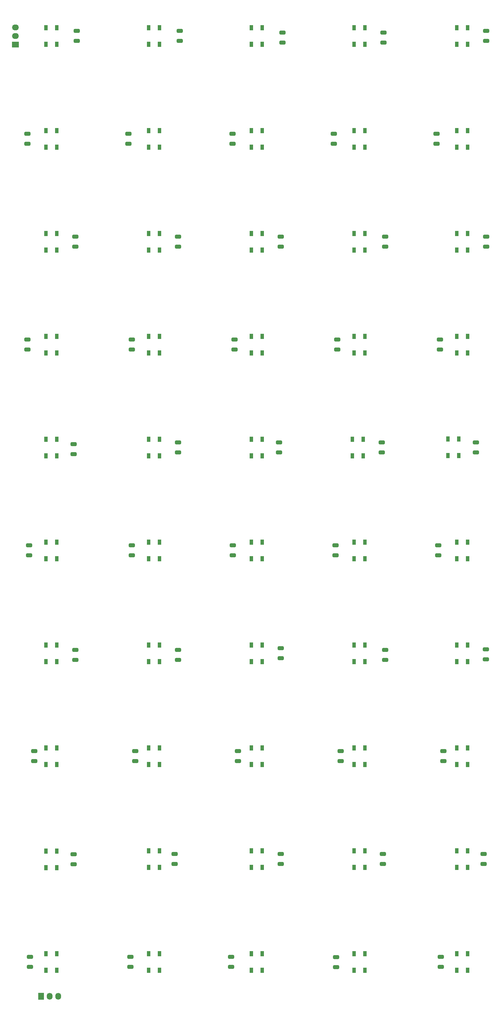
<source format=gbr>
%TF.GenerationSoftware,KiCad,Pcbnew,(6.0.2)*%
%TF.CreationDate,2022-10-19T17:10:30-07:00*%
%TF.ProjectId,tetris,74657472-6973-42e6-9b69-6361645f7063,rev?*%
%TF.SameCoordinates,Original*%
%TF.FileFunction,Soldermask,Top*%
%TF.FilePolarity,Negative*%
%FSLAX46Y46*%
G04 Gerber Fmt 4.6, Leading zero omitted, Abs format (unit mm)*
G04 Created by KiCad (PCBNEW (6.0.2)) date 2022-10-19 17:10:30*
%MOMM*%
%LPD*%
G01*
G04 APERTURE LIST*
G04 Aperture macros list*
%AMRoundRect*
0 Rectangle with rounded corners*
0 $1 Rounding radius*
0 $2 $3 $4 $5 $6 $7 $8 $9 X,Y pos of 4 corners*
0 Add a 4 corners polygon primitive as box body*
4,1,4,$2,$3,$4,$5,$6,$7,$8,$9,$2,$3,0*
0 Add four circle primitives for the rounded corners*
1,1,$1+$1,$2,$3*
1,1,$1+$1,$4,$5*
1,1,$1+$1,$6,$7*
1,1,$1+$1,$8,$9*
0 Add four rect primitives between the rounded corners*
20,1,$1+$1,$2,$3,$4,$5,0*
20,1,$1+$1,$4,$5,$6,$7,0*
20,1,$1+$1,$6,$7,$8,$9,0*
20,1,$1+$1,$8,$9,$2,$3,0*%
G04 Aperture macros list end*
%ADD10RoundRect,0.250000X0.650000X-0.325000X0.650000X0.325000X-0.650000X0.325000X-0.650000X-0.325000X0*%
%ADD11RoundRect,0.250000X-0.650000X0.325000X-0.650000X-0.325000X0.650000X-0.325000X0.650000X0.325000X0*%
%ADD12R,1.000000X1.500000*%
%ADD13R,1.730000X2.030000*%
%ADD14O,1.730000X2.030000*%
%ADD15R,2.030000X1.730000*%
%ADD16O,2.030000X1.730000*%
G04 APERTURE END LIST*
D10*
%TO.C,C18*%
X22352000Y-200103000D03*
X22352000Y-197153000D03*
%TD*%
D11*
%TO.C,C24*%
X131572000Y-227125000D03*
X131572000Y-230075000D03*
%TD*%
D12*
%TO.C,D48*%
X74600000Y-17690000D03*
X77800000Y-17690000D03*
X77800000Y-12790000D03*
X74600000Y-12790000D03*
%TD*%
D11*
%TO.C,C32*%
X39116000Y-105205000D03*
X39116000Y-108155000D03*
%TD*%
D12*
%TO.C,D25*%
X138760000Y-165190000D03*
X135560000Y-165190000D03*
X135560000Y-170090000D03*
X138760000Y-170090000D03*
%TD*%
D11*
%TO.C,C20*%
X39116000Y-166165000D03*
X39116000Y-169115000D03*
%TD*%
D12*
%TO.C,D22*%
X13675148Y-261612702D03*
X16875148Y-261612702D03*
X16875148Y-256712702D03*
X13675148Y-256712702D03*
%TD*%
D10*
%TO.C,C27*%
X113284000Y-138635000D03*
X113284000Y-135685000D03*
%TD*%
%TO.C,C16*%
X83361000Y-199595000D03*
X83361000Y-196645000D03*
%TD*%
D12*
%TO.C,D45*%
X138760000Y-43270000D03*
X135560000Y-43270000D03*
X135560000Y-48170000D03*
X138760000Y-48170000D03*
%TD*%
D11*
%TO.C,C23*%
X130048000Y-166165000D03*
X130048000Y-169115000D03*
%TD*%
D10*
%TO.C,C26*%
X141224000Y-138635000D03*
X141224000Y-135685000D03*
%TD*%
D12*
%TO.C,D2*%
X135560000Y-261530000D03*
X138760000Y-261530000D03*
X138760000Y-256630000D03*
X135560000Y-256630000D03*
%TD*%
%TO.C,D17*%
X44120000Y-261530000D03*
X47320000Y-261530000D03*
X47320000Y-256630000D03*
X44120000Y-256630000D03*
%TD*%
%TO.C,D41*%
X16840000Y-43270000D03*
X13640000Y-43270000D03*
X13640000Y-48170000D03*
X16840000Y-48170000D03*
%TD*%
%TO.C,D16*%
X108280000Y-287110000D03*
X105080000Y-287110000D03*
X105080000Y-292010000D03*
X108280000Y-292010000D03*
%TD*%
D11*
%TO.C,C45*%
X129540000Y-44245000D03*
X129540000Y-47195000D03*
%TD*%
D12*
%TO.C,D50*%
X13640000Y-17690000D03*
X16840000Y-17690000D03*
X16840000Y-12790000D03*
X13640000Y-12790000D03*
%TD*%
%TO.C,D37*%
X105080000Y-78650000D03*
X108280000Y-78650000D03*
X108280000Y-73750000D03*
X105080000Y-73750000D03*
%TD*%
D10*
%TO.C,C15*%
X114300000Y-200103000D03*
X114300000Y-197153000D03*
%TD*%
D11*
%TO.C,C35*%
X130556000Y-105205000D03*
X130556000Y-108155000D03*
%TD*%
D12*
%TO.C,D24*%
X13640000Y-200570000D03*
X16840000Y-200570000D03*
X16840000Y-195670000D03*
X13640000Y-195670000D03*
%TD*%
D11*
%TO.C,C31*%
X8128000Y-105205000D03*
X8128000Y-108155000D03*
%TD*%
D12*
%TO.C,D43*%
X77800000Y-43270000D03*
X74600000Y-43270000D03*
X74600000Y-48170000D03*
X77800000Y-48170000D03*
%TD*%
D10*
%TO.C,C46*%
X144272000Y-16715000D03*
X144272000Y-13765000D03*
%TD*%
D12*
%TO.C,D32*%
X47320000Y-104230000D03*
X44120000Y-104230000D03*
X44120000Y-109130000D03*
X47320000Y-109130000D03*
%TD*%
D10*
%TO.C,C30*%
X21844000Y-139143000D03*
X21844000Y-136193000D03*
%TD*%
D11*
%TO.C,C21*%
X69088000Y-166165000D03*
X69088000Y-169115000D03*
%TD*%
D10*
%TO.C,C36*%
X144272000Y-77675000D03*
X144272000Y-74725000D03*
%TD*%
D12*
%TO.C,D33*%
X77800000Y-104230000D03*
X74600000Y-104230000D03*
X74600000Y-109130000D03*
X77800000Y-109130000D03*
%TD*%
%TO.C,D6*%
X47320000Y-287110000D03*
X44120000Y-287110000D03*
X44120000Y-292010000D03*
X47320000Y-292010000D03*
%TD*%
D10*
%TO.C,C17*%
X52832000Y-200103000D03*
X52832000Y-197153000D03*
%TD*%
D12*
%TO.C,D20*%
X108280000Y-165190000D03*
X105080000Y-165190000D03*
X105080000Y-170090000D03*
X108280000Y-170090000D03*
%TD*%
D11*
%TO.C,C12*%
X70612000Y-227125000D03*
X70612000Y-230075000D03*
%TD*%
D12*
%TO.C,D34*%
X108280000Y-104230000D03*
X105080000Y-104230000D03*
X105080000Y-109130000D03*
X108280000Y-109130000D03*
%TD*%
%TO.C,D49*%
X44120000Y-17690000D03*
X47320000Y-17690000D03*
X47320000Y-12790000D03*
X44120000Y-12790000D03*
%TD*%
D11*
%TO.C,C13*%
X101092000Y-227125000D03*
X101092000Y-230075000D03*
%TD*%
%TO.C,C33*%
X69596000Y-105205000D03*
X69596000Y-108155000D03*
%TD*%
D12*
%TO.C,D27*%
X104572000Y-139610000D03*
X107772000Y-139610000D03*
X107772000Y-134710000D03*
X104572000Y-134710000D03*
%TD*%
%TO.C,D40*%
X13640000Y-78650000D03*
X16840000Y-78650000D03*
X16840000Y-73750000D03*
X13640000Y-73750000D03*
%TD*%
%TO.C,D14*%
X74600000Y-200570000D03*
X77800000Y-200570000D03*
X77800000Y-195670000D03*
X74600000Y-195670000D03*
%TD*%
D11*
%TO.C,C10*%
X10160000Y-227125000D03*
X10160000Y-230075000D03*
%TD*%
D12*
%TO.C,D7*%
X105080000Y-261530000D03*
X108280000Y-261530000D03*
X108280000Y-256630000D03*
X105080000Y-256630000D03*
%TD*%
D10*
%TO.C,C29*%
X52832000Y-138635000D03*
X52832000Y-135685000D03*
%TD*%
D12*
%TO.C,D8*%
X47320000Y-226150000D03*
X44120000Y-226150000D03*
X44120000Y-231050000D03*
X47320000Y-231050000D03*
%TD*%
%TO.C,D1*%
X16840000Y-287110000D03*
X13640000Y-287110000D03*
X13640000Y-292010000D03*
X16840000Y-292010000D03*
%TD*%
D10*
%TO.C,C14*%
X144184097Y-199924527D03*
X144184097Y-196974527D03*
%TD*%
D12*
%TO.C,D42*%
X47320000Y-43270000D03*
X44120000Y-43270000D03*
X44120000Y-48170000D03*
X47320000Y-48170000D03*
%TD*%
D11*
%TO.C,C22*%
X99568000Y-166165000D03*
X99568000Y-169115000D03*
%TD*%
D12*
%TO.C,D5*%
X16840000Y-165190000D03*
X13640000Y-165190000D03*
X13640000Y-170090000D03*
X16840000Y-170090000D03*
%TD*%
%TO.C,D39*%
X44120000Y-78650000D03*
X47320000Y-78650000D03*
X47320000Y-73750000D03*
X44120000Y-73750000D03*
%TD*%
%TO.C,D18*%
X108280000Y-226150000D03*
X105080000Y-226150000D03*
X105080000Y-231050000D03*
X108280000Y-231050000D03*
%TD*%
D10*
%TO.C,C47*%
X113792000Y-17223000D03*
X113792000Y-14273000D03*
%TD*%
D11*
%TO.C,C44*%
X99060000Y-44245000D03*
X99060000Y-47195000D03*
%TD*%
D12*
%TO.C,D13*%
X77800000Y-226150000D03*
X74600000Y-226150000D03*
X74600000Y-231050000D03*
X77800000Y-231050000D03*
%TD*%
%TO.C,D36*%
X135560000Y-78650000D03*
X138760000Y-78650000D03*
X138760000Y-73750000D03*
X135560000Y-73750000D03*
%TD*%
%TO.C,D10*%
X47320000Y-165190000D03*
X44120000Y-165190000D03*
X44120000Y-170090000D03*
X47320000Y-170090000D03*
%TD*%
%TO.C,D26*%
X132930000Y-139534000D03*
X136130000Y-139534000D03*
X136130000Y-134634000D03*
X132930000Y-134634000D03*
%TD*%
D10*
%TO.C,C40*%
X22352000Y-77675000D03*
X22352000Y-74725000D03*
%TD*%
D12*
%TO.C,D47*%
X105080000Y-17690000D03*
X108280000Y-17690000D03*
X108280000Y-12790000D03*
X105080000Y-12790000D03*
%TD*%
%TO.C,D21*%
X138760000Y-287110000D03*
X135560000Y-287110000D03*
X135560000Y-292010000D03*
X138760000Y-292010000D03*
%TD*%
%TO.C,D23*%
X138760000Y-226150000D03*
X135560000Y-226150000D03*
X135560000Y-231050000D03*
X138760000Y-231050000D03*
%TD*%
D11*
%TO.C,C2*%
X38735000Y-288085000D03*
X38735000Y-291035000D03*
%TD*%
%TO.C,C43*%
X69054306Y-44196225D03*
X69054306Y-47146225D03*
%TD*%
D12*
%TO.C,D12*%
X74600000Y-261530000D03*
X77800000Y-261530000D03*
X77800000Y-256630000D03*
X74600000Y-256630000D03*
%TD*%
D10*
%TO.C,C8*%
X51816000Y-260555000D03*
X51816000Y-257605000D03*
%TD*%
D11*
%TO.C,C34*%
X100076000Y-105205000D03*
X100076000Y-108155000D03*
%TD*%
D12*
%TO.C,D31*%
X16840000Y-104230000D03*
X13640000Y-104230000D03*
X13640000Y-109130000D03*
X16840000Y-109130000D03*
%TD*%
%TO.C,D30*%
X13640000Y-139610000D03*
X16840000Y-139610000D03*
X16840000Y-134710000D03*
X13640000Y-134710000D03*
%TD*%
D10*
%TO.C,C37*%
X114300000Y-77675000D03*
X114300000Y-74725000D03*
%TD*%
D11*
%TO.C,C41*%
X8128000Y-44245000D03*
X8128000Y-47195000D03*
%TD*%
D12*
%TO.C,D19*%
X44120000Y-200570000D03*
X47320000Y-200570000D03*
X47320000Y-195670000D03*
X44120000Y-195670000D03*
%TD*%
D11*
%TO.C,C1*%
X8890000Y-288085000D03*
X8890000Y-291035000D03*
%TD*%
D12*
%TO.C,D29*%
X44120000Y-139610000D03*
X47320000Y-139610000D03*
X47320000Y-134710000D03*
X44120000Y-134710000D03*
%TD*%
D10*
%TO.C,C38*%
X83312000Y-77675000D03*
X83312000Y-74725000D03*
%TD*%
%TO.C,C49*%
X53340000Y-16715000D03*
X53340000Y-13765000D03*
%TD*%
D11*
%TO.C,C4*%
X130810000Y-288085000D03*
X130810000Y-291035000D03*
%TD*%
D10*
%TO.C,C5*%
X143510000Y-260555000D03*
X143510000Y-257605000D03*
%TD*%
%TO.C,C9*%
X21844000Y-260604000D03*
X21844000Y-257654000D03*
%TD*%
D12*
%TO.C,D46*%
X135560000Y-17690000D03*
X138760000Y-17690000D03*
X138760000Y-12790000D03*
X135560000Y-12790000D03*
%TD*%
%TO.C,D3*%
X16840000Y-226150000D03*
X13640000Y-226150000D03*
X13640000Y-231050000D03*
X16840000Y-231050000D03*
%TD*%
D11*
%TO.C,C11*%
X40132000Y-227125000D03*
X40132000Y-230075000D03*
%TD*%
D12*
%TO.C,D38*%
X74600000Y-78650000D03*
X77800000Y-78650000D03*
X77800000Y-73750000D03*
X74600000Y-73750000D03*
%TD*%
%TO.C,D28*%
X74600000Y-139610000D03*
X77800000Y-139610000D03*
X77800000Y-134710000D03*
X74600000Y-134710000D03*
%TD*%
D11*
%TO.C,C3*%
X68580000Y-288085000D03*
X68580000Y-291035000D03*
%TD*%
D10*
%TO.C,C50*%
X22811000Y-16715000D03*
X22811000Y-13765000D03*
%TD*%
D12*
%TO.C,D44*%
X108280000Y-43270000D03*
X105080000Y-43270000D03*
X105080000Y-48170000D03*
X108280000Y-48170000D03*
%TD*%
D11*
%TO.C,C42*%
X38100000Y-44245000D03*
X38100000Y-47195000D03*
%TD*%
D12*
%TO.C,D35*%
X138760000Y-104230000D03*
X135560000Y-104230000D03*
X135560000Y-109130000D03*
X138760000Y-109130000D03*
%TD*%
D10*
%TO.C,C7*%
X83312000Y-260555000D03*
X83312000Y-257605000D03*
%TD*%
%TO.C,C48*%
X83820000Y-17223000D03*
X83820000Y-14273000D03*
%TD*%
D12*
%TO.C,D9*%
X105080000Y-200570000D03*
X108280000Y-200570000D03*
X108280000Y-195670000D03*
X105080000Y-195670000D03*
%TD*%
D11*
%TO.C,C19*%
X8636000Y-166165000D03*
X8636000Y-169115000D03*
%TD*%
D12*
%TO.C,D11*%
X77800000Y-287110000D03*
X74600000Y-287110000D03*
X74600000Y-292010000D03*
X77800000Y-292010000D03*
%TD*%
D11*
%TO.C,C25*%
X99746903Y-288117451D03*
X99746903Y-291067451D03*
%TD*%
D10*
%TO.C,C6*%
X113665000Y-260555000D03*
X113665000Y-257605000D03*
%TD*%
%TO.C,C39*%
X52832000Y-77675000D03*
X52832000Y-74725000D03*
%TD*%
D12*
%TO.C,D4*%
X135560000Y-200570000D03*
X138760000Y-200570000D03*
X138760000Y-195670000D03*
X135560000Y-195670000D03*
%TD*%
%TO.C,D15*%
X77831965Y-165226093D03*
X74631965Y-165226093D03*
X74631965Y-170126093D03*
X77831965Y-170126093D03*
%TD*%
D10*
%TO.C,C28*%
X82804000Y-138635000D03*
X82804000Y-135685000D03*
%TD*%
D13*
%TO.C,J1*%
X12182000Y-299720000D03*
D14*
X14722000Y-299720000D03*
X17262000Y-299720000D03*
%TD*%
D15*
%TO.C,J2*%
X4572000Y-17780000D03*
D16*
X4572000Y-15240000D03*
X4572000Y-12700000D03*
%TD*%
M02*

</source>
